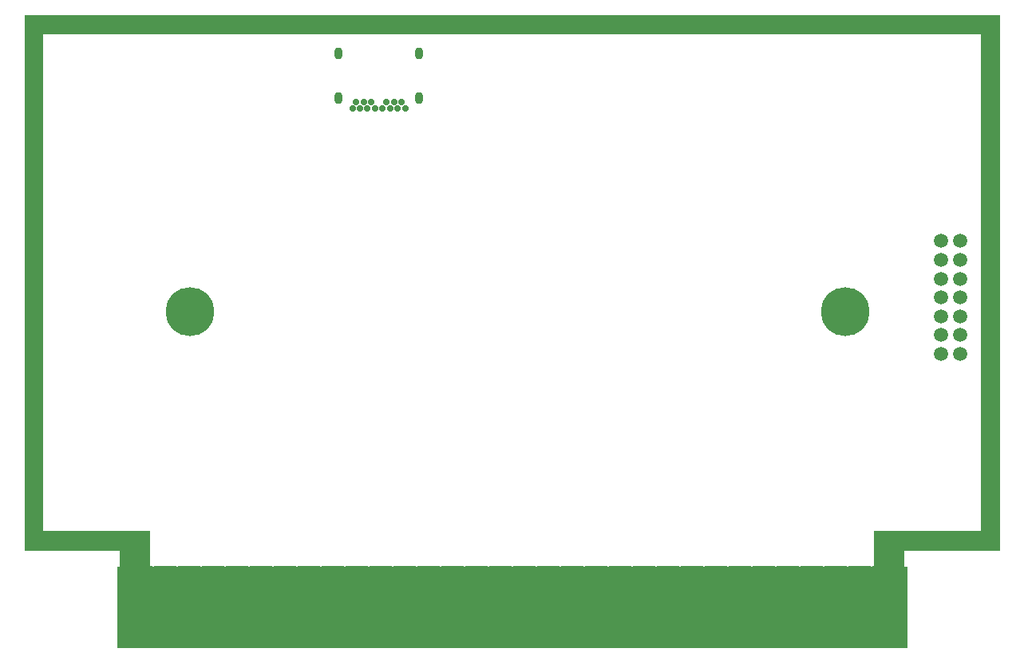
<source format=gbr>
%TF.GenerationSoftware,Altium Limited,Altium Designer,23.10.1 (27)*%
G04 Layer_Color=16711935*
%FSLAX45Y45*%
%MOMM*%
%TF.SameCoordinates,E65562DB-48BA-4528-A783-DBC4A45482EB*%
%TF.FilePolarity,Negative*%
%TF.FileFunction,Soldermask,Bot*%
%TF.Part,Single*%
G01*
G75*
%TA.AperFunction,NonConductor*%
%ADD66R,83.82000X8.69900*%
%ADD68R,103.50000X2.00000*%
%TA.AperFunction,SMDPad,CuDef*%
%ADD77R,2.41300X8.12800*%
%TA.AperFunction,WasherPad*%
%ADD98C,5.18000*%
%TA.AperFunction,ComponentPad*%
%ADD99C,0.71000*%
%ADD100O,0.86000X1.26000*%
%ADD101C,1.50000*%
G36*
X-4838200Y-3231500D02*
X-5160800D01*
Y-3040000D01*
X-6173199D01*
X-6173200Y2646000D01*
X-5973200D01*
Y-2829000D01*
X-4838200D01*
Y-3231500D01*
D02*
G37*
G36*
X2841801Y-3231500D02*
X3164401D01*
Y-3040000D01*
X4176800D01*
X4176801Y2646000D01*
X3976801D01*
Y-2829000D01*
X2841801D01*
Y-3231500D01*
D02*
G37*
D66*
X-1000000Y-3640050D02*
D03*
D68*
X-998199Y2546000D02*
D03*
D77*
X-4937000Y-3611500D02*
D03*
X-4683000D02*
D03*
X-4429000D02*
D03*
X-4175000D02*
D03*
X-3921000D02*
D03*
X-3667000D02*
D03*
X-3413000D02*
D03*
X-3159000D02*
D03*
X-2905000D02*
D03*
X-2651000D02*
D03*
X-2397000D02*
D03*
X-2143000D02*
D03*
X-1889000D02*
D03*
X-1635000D02*
D03*
X-1381000D02*
D03*
X-1127000D02*
D03*
X-873000D02*
D03*
X-619000D02*
D03*
X-365000D02*
D03*
X-111000D02*
D03*
X143000D02*
D03*
X397000D02*
D03*
X651000D02*
D03*
X905000D02*
D03*
X1159000D02*
D03*
X1413000D02*
D03*
X1667000D02*
D03*
X1921000D02*
D03*
X2175000D02*
D03*
X2429000D02*
D03*
X2683000D02*
D03*
X2937000D02*
D03*
D98*
X-4413199Y-500000D02*
D03*
X2536801D02*
D03*
D99*
X-2133199Y1655000D02*
D03*
X-2173199Y1725000D02*
D03*
X-2253199D02*
D03*
X-2333199D02*
D03*
X-2373199Y1655000D02*
D03*
X-2293199D02*
D03*
X-2493199Y1725000D02*
D03*
X-2573199D02*
D03*
X-2533199Y1655000D02*
D03*
X-2453199D02*
D03*
X-2653199Y1725000D02*
D03*
X-2693199Y1655000D02*
D03*
X-2213199D02*
D03*
X-2613199D02*
D03*
D100*
X-1988199Y1770000D02*
D03*
X-2838199D02*
D03*
X-1988199Y2242500D02*
D03*
X-2838199D02*
D03*
D101*
X3750000Y-950000D02*
D03*
X3550000D02*
D03*
Y-750000D02*
D03*
X3750000D02*
D03*
X3550000Y-550000D02*
D03*
X3750000D02*
D03*
X3550000Y-350000D02*
D03*
X3750000D02*
D03*
X3550000Y-150000D02*
D03*
X3750000D02*
D03*
X3550000Y50000D02*
D03*
X3750000D02*
D03*
X3550000Y250000D02*
D03*
X3750000D02*
D03*
%TF.MD5,f01a6b22bfea1297859ec915e78349ca*%
M02*

</source>
